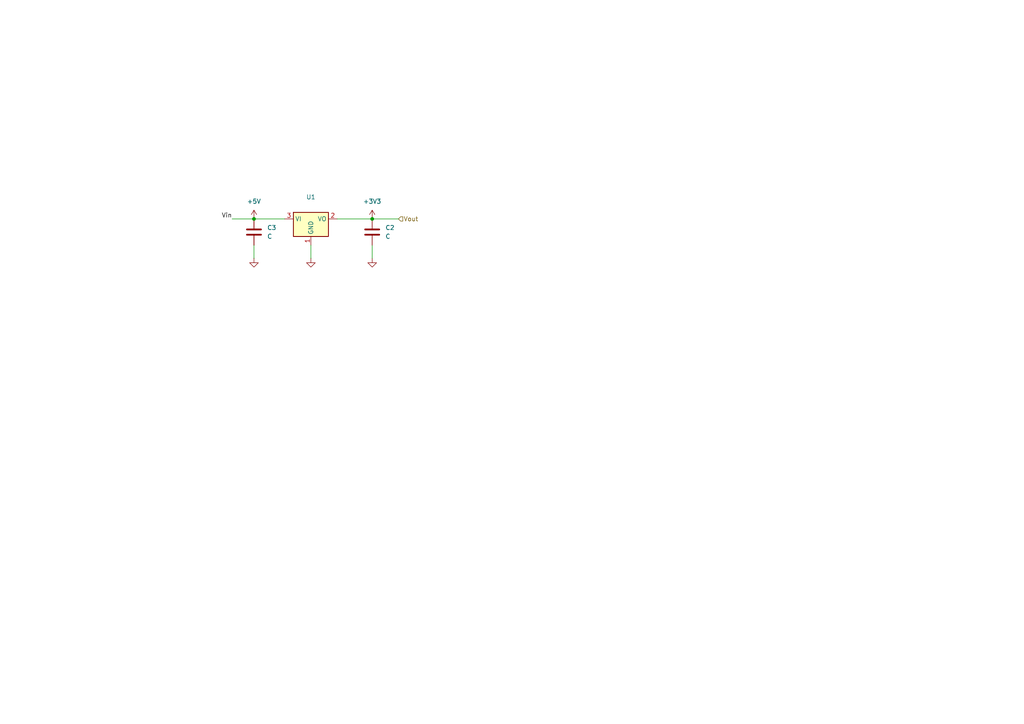
<source format=kicad_sch>
(kicad_sch (version 20231120) (generator "eeschema") (generator_version "8.0")
  (paper "A4")
  (lib_symbols
    (symbol "Device:C" (pin_numbers hide) (pin_names (offset 0.254))
      (property "Reference" "C" (at 0.635 2.54 0))
      (property "Value" "C" (at 0.635 -2.54 0))
      (symbol "C_0_1"
        (polyline (pts (xy -2.032 -0.762) (xy 2.032 -0.762)) (stroke (width 0.508)))
        (polyline (pts (xy -2.032 0.762) (xy 2.032 0.762)) (stroke (width 0.508)))
      )
      (symbol "C_1_1"
        (pin passive line (at 0 3.81 270) (length 2.794) (name "~") (number "1"))
        (pin passive line (at 0 -3.81 90) (length 2.794) (name "~") (number "2"))
      )
    )
    (symbol "Regulator_Linear:NCP1117-3.3_SOT223"
      (property "Reference" "U" (at -3.81 3.175 0))
      (property "Value" "NCP1117-3.3_SOT223" (at 0 3.175 0))
      (symbol "NCP1117-3.3_SOT223_0_1"
        (rectangle (start -5.08 -5.08) (end 5.08 1.905) (stroke (width 0.254)) (fill (type background)))
      )
      (symbol "NCP1117-3.3_SOT223_1_1"
        (pin power_in line (at 0 -7.62 90) (length 2.54) (name "GND") (number "1"))
        (pin power_out line (at 7.62 0 180) (length 2.54) (name "VO") (number "2"))
        (pin power_in line (at -7.62 0 0) (length 2.54) (name "VI") (number "3"))
      )
    )
    (symbol "power:+3V3" (power) (pin_numbers hide) (pin_names (offset 0) hide)
      (property "Value" "+3V3" (at 0 3.556 0))
      (symbol "+3V3_0_1"
        (polyline (pts (xy -0.762 1.27) (xy 0 2.54)))
        (polyline (pts (xy 0 0) (xy 0 2.54)))
        (polyline (pts (xy 0 2.54) (xy 0.762 1.27)))
      )
      (symbol "+3V3_1_1"
        (pin power_in line (at 0 0 90) (length 0) (name "~") (number "1"))
      )
    )
    (symbol "power:+5V" (power) (pin_numbers hide) (pin_names (offset 0) hide)
      (property "Value" "+5V" (at 0 3.556 0))
      (symbol "+5V_0_1"
        (polyline (pts (xy -0.762 1.27) (xy 0 2.54)))
        (polyline (pts (xy 0 0) (xy 0 2.54)))
        (polyline (pts (xy 0 2.54) (xy 0.762 1.27)))
      )
      (symbol "+5V_1_1"
        (pin power_in line (at 0 0 90) (length 0) (name "~") (number "1"))
      )
    )
    (symbol "power:GND" (power) (pin_numbers hide) (pin_names (offset 0) hide)
      (property "Value" "GND" (at 0 -3.81 0))
      (symbol "GND_0_1"
        (polyline (pts (xy 0 0) (xy 0 -1.27) (xy 1.27 -1.27) (xy 0 -2.54) (xy -1.27 -1.27) (xy 0 -1.27)))
      )
      (symbol "GND_1_1"
        (pin power_in line (at 0 0 270) (length 0) (name "~") (number "1"))
      )
    )
  )
  (junction (at 107.95 63.5))
  (junction (at 73.66 63.5))
  (wire (pts (xy 115.57 63.5) (xy 107.95 63.5)))
  (wire (pts (xy 73.66 74.93) (xy 73.66 71.12)))
  (wire (pts (xy 107.95 74.93) (xy 107.95 71.12)))
  (wire (pts (xy 67.31 63.5) (xy 73.66 63.5)))
  (wire (pts (xy 73.66 63.5) (xy 82.55 63.5)))
  (wire (pts (xy 97.79 63.5) (xy 107.95 63.5)))
  (wire (pts (xy 90.17 74.93) (xy 90.17 71.12)))
  (label "Vin" (at 67.31 63.5 180))
  (hierarchical_label "Vout" (shape input) (at 115.57 63.5 0))
  (symbol (lib_id "power:GND") (at 73.66 74.93 0) (unit 1)
    (property "Reference" "#PWR012" (effects (hide yes)))
    (property "Value" "GND" (effects (hide yes)))
    (property "Description" "Power symbol creates a global label with name \"GND\" , ground" (effects (hide yes)))
  )
  (symbol (lib_id "power:GND") (at 107.95 74.93 0) (unit 1)
    (property "Reference" "#PWR09" (effects (hide yes)))
    (property "Value" "GND" (effects (hide yes)))
    (property "Description" "Power symbol creates a global label with name \"GND\" , ground" (effects (hide yes)))
  )
  (symbol (lib_id "Regulator_Linear:NCP1117-3.3_SOT223") (at 90.17 63.5 0) (unit 1)
    (property "Reference" "U1" (at 90.17 57.15 0))
    (property "Value" "NCP1117-3.3_SOT223" (effects (hide yes)))
    (property "Footprint" "Package_TO_SOT_SMD:SOT-223-3_TabPin2" (effects (hide yes)))
    (property "Datasheet" "http://www.onsemi.com/pub_link/Collateral/NCP1117-D.PDF" (effects (hide yes)))
    (property "Description" "1A Low drop-out regulator, Fixed Output 3.3V, SOT-223" (effects (hide yes)))
  )
  (symbol (lib_id "Device:C") (at 107.95 67.31 0) (unit 1)
    (property "Reference" "C2" (at 111.76 66.0399 0) (effects (justify left)))
    (property "Value" "C" (at 111.76 68.5799 0) (effects (justify left)))
    (property "Footprint" "Capacitor_SMD:C_0603_1608Metric" (effects (hide yes)))
    (property "Description" "Unpolarized capacitor" (effects (hide yes)))
  )
  (symbol (lib_id "Device:C") (at 73.66 67.31 0) (unit 1)
    (property "Reference" "C3" (at 77.47 66.0399 0) (effects (justify left)))
    (property "Value" "C" (at 77.47 68.5799 0) (effects (justify left)))
    (property "Footprint" "Capacitor_SMD:C_0603_1608Metric" (effects (hide yes)))
    (property "Description" "Unpolarized capacitor" (effects (hide yes)))
  )
  (symbol (lib_id "power:+5V") (at 73.66 63.5 0) (unit 1)
    (property "Reference" "#PWR011" (effects (hide yes)))
    (property "Value" "+5V" (at 73.66 58.42 0))
    (property "Description" "Power symbol creates a global label with name \"+5V\"" (effects (hide yes)))
  )
  (symbol (lib_id "power:+3V3") (at 107.95 63.5 0) (unit 1)
    (property "Reference" "#PWR08" (effects (hide yes)))
    (property "Value" "+3V3" (at 107.95 58.42 0))
    (property "Description" "Power symbol creates a global label with name \"+3V3\"" (effects (hide yes)))
  )
  (symbol (lib_id "power:GND") (at 90.17 74.93 0) (unit 1)
    (property "Reference" "#PWR06" (effects (hide yes)))
    (property "Value" "GND" (effects (hide yes)))
    (property "Description" "Power symbol creates a global label with name \"GND\" , ground" (effects (hide yes)))
  )
)
</source>
